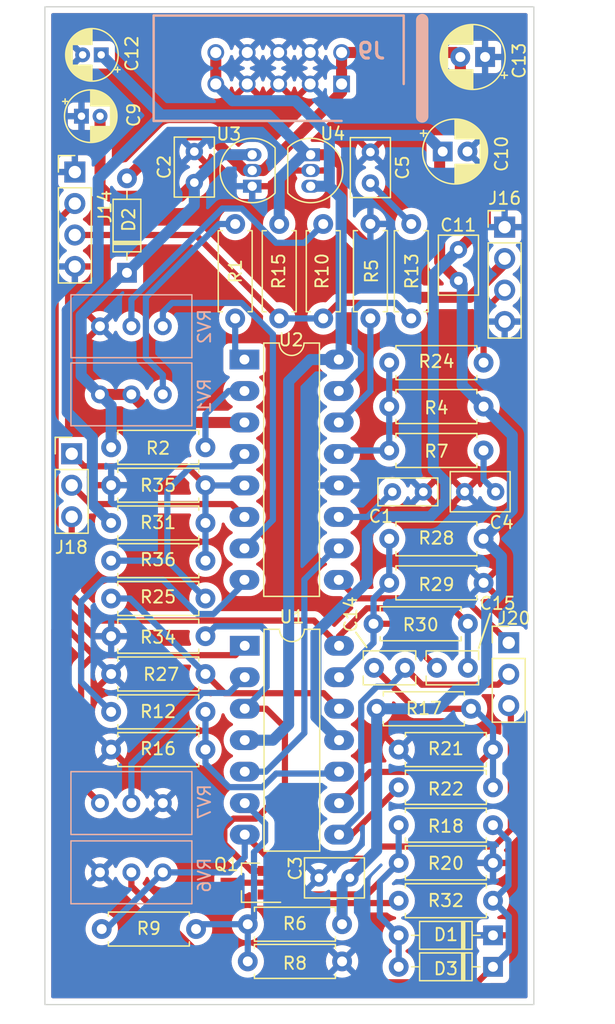
<source format=kicad_pcb>
(kicad_pcb (version 20211014) (generator pcbnew)
  (layers (0 "F.Cu" signal) (31 "B.Cu" signal) (34 "B.Paste" user) (35 "F.Paste" user) (36 "B.SilkS" user "B.Silkscreen") (37 "F.SilkS" user "F.Silkscreen") (38 "B.Mask" user) (39 "F.Mask" user) (44 "Edge.Cuts" user))
  (net 0 "")
  (net 1 "Net-(C1-Pad1)")
  (net 2 "GND")
  (net 3 "-5VA")
  (net 4 "+12VA")
  (net 5 "Net-(C4-Pad1)")
  (net 6 "Net-(C5-Pad1)")
  (net 7 "-12VA")
  (net 8 "+5VA")
  (net 9 "Net-(C14-Pad1)")
  (net 10 "/SAW_RAW")
  (net 11 "Net-(C15-Pad1)")
  (net 12 "/PULSE_RAW")
  (net 13 "Net-(D1-Pad2)")
  (net 14 "Net-(D3-Pad1)")
  (net 15 "/SIN_RAW")
  (net 16 "/CV_NODE")
  (net 17 "/LINFM_IN")
  (net 18 "/PWM_IN")
  (net 19 "/HARD_SYNC")
  (net 20 "/SOFT_SYNC")
  (net 21 "/TRI_RAW")
  (net 22 "Net-(Q1-Pad1)")
  (net 23 "Net-(Q1-Pad2)")
  (net 24 "Net-(R1-Pad1)")
  (net 25 "Net-(R1-Pad2)")
  (net 26 "Net-(R2-Pad2)")
  (net 27 "/LIN_FM")
  (net 28 "Net-(R5-Pad1)")
  (net 29 "Net-(R6-Pad1)")
  (net 30 "Net-(R10-Pad1)")
  (net 31 "/SAW_OUT")
  (net 32 "Net-(R12-Pad2)")
  (net 33 "/PULSE_OUT")
  (net 34 "Net-(R25-Pad2)")
  (net 35 "Net-(RV2-Pad1)")
  (net 36 "Net-(RV7-Pad2)")
  (net 37 "/TRIANGLE_OUT")
  (footprint "Capacitor_THT:C_Rect_L4.6mm_W3.0mm_P2.50mm_MKS02_FKP02" (layer "F.Cu") (at 39.88 85.528 180)
    (fp_text reference "C3")
    (fp_text value "100n")
  )
  (footprint "Capacitor_THT:C_Rect_L4.6mm_W3.0mm_P2.50mm_MKS02_FKP02" (layer "F.Cu") (at 41.534 29.464 90)
    (fp_text reference "C5")
    (fp_text value "10n")
  )
  (footprint "Capacitor_THT:C_Rect_L4.6mm_W3.0mm_P2.50mm_MKS02_FKP02" (layer "F.Cu") (at 48.646 37.338 90)
    (fp_text reference "C11")
    (fp_text value "100n")
  )
  (footprint "Capacitor_THT:C_Rect_L4.0mm_W2.5mm_P2.50mm" (layer "F.Cu") (at 41.828 68.58)
    (fp_text reference "C14")
    (fp_text value "10p")
  )
  (footprint "Package_DIP:DIP-16_W7.62mm_LongPads" (layer "F.Cu") (at 31.359 43.703)
    (fp_text reference "U2")
    (fp_text value "AS3340")
  )
  (footprint "Resistor_THT:R_Axial_DIN0207_L6.3mm_D2.5mm_P7.62mm_Horizontal" (layer "F.Cu") (at 43.82 75.178)
    (fp_text reference "R21")
    (fp_text value "91k")
  )
  (footprint "Resistor_THT:R_Axial_DIN0207_L6.3mm_D2.5mm_P7.62mm_Horizontal" (layer "F.Cu") (at 20.591 75.178)
    (fp_text reference "R16")
    (fp_text value "100k")
  )
  (footprint "Connector_PinHeader_2.54mm:PinHeader_1x04_P2.54mm_Vertical" (layer "F.Cu") (at 17.658 28.574)
    (fp_text reference "J14")
    (fp_text value "Top Left(M)")
  )
  (footprint "Capacitor_THT:CP_Radial_D5.0mm_P2.00mm" (layer "F.Cu") (at 50.8 19.29 180)
    (fp_text reference "C13")
    (fp_text value "10u")
  )
  (footprint "Capacitor_THT:C_Rect_L4.6mm_W3.0mm_P2.50mm_MKS02_FKP02" (layer "F.Cu") (at 51.654 54.368667 180)
    (fp_text reference "C4")
    (fp_text value "10n")
  )
  (footprint "Resistor_THT:R_Axial_DIN0207_L6.3mm_D2.5mm_P7.62mm_Horizontal" (layer "F.Cu") (at 20.591 69.076)
    (fp_text reference "R27")
    (fp_text value "100k")
  )
  (footprint "Resistor_THT:R_Axial_DIN0207_L6.3mm_D2.5mm_P7.62mm_Horizontal" (layer "F.Cu") (at 49.662 71.882 180)
    (fp_text reference "R17")
    (fp_text value "240k")
  )
  (footprint "Resistor_THT:R_Axial_DIN0207_L6.3mm_D2.5mm_P7.62mm_Horizontal" (layer "F.Cu") (at 31.628 89.268)
    (fp_text reference "R6")
    (fp_text value "240k")
  )
  (footprint "Capacitor_THT:C_Rect_L4.6mm_W3.0mm_P2.50mm_MKS02_FKP02" (layer "F.Cu") (at 27.31 26.924 -90)
    (fp_text reference "C2")
    (fp_text value "100n")
  )
  (footprint "Resistor_THT:R_Axial_DIN0207_L6.3mm_D2.5mm_P7.62mm_Horizontal" (layer "F.Cu") (at 19.829 89.656)
    (fp_text reference "R9")
    (fp_text value "100k")
  )
  (footprint "Capacitor_THT:CP_Radial_D4.0mm_P1.50mm" (layer "F.Cu") (at 19.7886 19.118 180)
    (fp_text reference "C12")
    (fp_text value "1u")
  )
  (footprint "Resistor_THT:R_Axial_DIN0207_L6.3mm_D2.5mm_P7.62mm_Horizontal" (layer "F.Cu") (at 50.678 43.954667 180)
    (fp_text reference "R24")
    (fp_text value "1M")
  )
  (footprint "Resistor_THT:R_Axial_DIN0207_L6.3mm_D2.5mm_P7.62mm_Horizontal" (layer "F.Cu") (at 20.591 50.788)
    (fp_text reference "R2")
    (fp_text value "5.6k")
  )
  (footprint "Resistor_THT:R_Axial_DIN0207_L6.3mm_D2.5mm_P7.62mm_Horizontal" (layer "F.Cu") (at 50.678 61.722 180)
    (fp_text reference "R29")
    (fp_text value "91k")
  )
  (footprint "Resistor_THT:R_Axial_DIN0207_L6.3mm_D2.5mm_P7.62mm_Horizontal" (layer "F.Cu") (at 51.44 81.274 180)
    (fp_text reference "R18")
    (fp_text value "1M")
  )
  (footprint "Capacitor_THT:C_Rect_L4.6mm_W2.0mm_P2.50mm_MKS02_FKP02" (layer "F.Cu") (at 43.312 54.381334)
    (fp_text reference "C1")
    (fp_text value "1n")
  )
  (footprint "Resistor_THT:R_Axial_DIN0207_L6.3mm_D2.5mm_P7.62mm_Horizontal" (layer "F.Cu") (at 41.534 40.38 90)
    (fp_text reference "R5")
    (fp_text value "1.8k")
  )
  (footprint "Resistor_THT:R_Axial_DIN0207_L6.3mm_D2.5mm_P7.62mm_Horizontal" (layer "F.Cu") (at 39.248 92.268 180)
    (fp_text reference "R8")
    (fp_text value "91k")
  )
  (footprint "Resistor_THT:R_Axial_DIN0207_L6.3mm_D2.5mm_P7.62mm_Horizontal" (layer "F.Cu") (at 43.058 47.498)
    (fp_text reference "R4")
    (fp_text value "1.5M")
  )
  (footprint "Resistor_THT:R_Axial_DIN0207_L6.3mm_D2.5mm_P7.62mm_Horizontal" (layer "F.Cu") (at 43.82 84.322)
    (fp_text reference "R20")
    (fp_text value "1M")
  )
  (footprint "Resistor_THT:R_Axial_DIN0207_L6.3mm_D2.5mm_P7.62mm_Horizontal" (layer "F.Cu") (at 37.724 32.766 -90)
    (fp_text reference "R10")
    (fp_text value "470k")
  )
  (footprint "Resistor_THT:R_Axial_DIN0207_L6.3mm_D2.5mm_P7.62mm_Horizontal" (layer "F.Cu") (at 30.612 32.766 -90)
    (fp_text reference "R1")
    (fp_text value "24k")
  )
  (footprint "Resistor_THT:R_Axial_DIN0207_L6.3mm_D2.5mm_P7.62mm_Horizontal" (layer "F.Cu") (at 49.408 65.024 180)
    (fp_text reference "R30")
    (fp_text value "100k")
  )
  (footprint "Capacitor_THT:CP_Radial_D5.0mm_P2.00mm" (layer "F.Cu") (at 47.376 26.918)
    (fp_text reference "C10")
    (fp_text value "10u")
  )
  (footprint "Resistor_THT:R_Axial_DIN0207_L6.3mm_D2.5mm_P7.62mm_Horizontal" (layer "F.Cu") (at 28.211 62.986 180)
    (fp_text reference "R25")
    (fp_text value "180k")
  )
  (footprint "Connector_PinHeader_2.54mm:PinHeader_1x03_P2.54mm_Vertical" (layer "F.Cu") (at 17.404 51.308)
    (fp_text reference "J18")
    (fp_text value "Bottom Left(M)")
  )
  (footprint "Resistor_THT:R_Axial_DIN0207_L6.3mm_D2.5mm_P7.62mm_Horizontal" (layer "F.Cu") (at 20.591 56.89)
    (fp_text reference "R31")
    (fp_text value "100k")
  )
  (footprint "Package_TO_SOT_THT:TO-92_Inline" (layer "F.Cu") (at 36.708 27.178 -90)
    (fp_text reference "U4")
    (fp_text value "LP2950")
  )
  (footprint "Package_DIP:DIP-14_W7.62mm_LongPads" (layer "F.Cu") (at 31.384 66.797)
    (fp_text reference "U1")
    (fp_text value "TL074")
  )
  (footprint "Package_TO_SOT_THT:TO-92_Inline" (layer "F.Cu") (at 31.988 29.718 90)
    (fp_text reference "U3")
    (fp_text value "79L05")
  )
  (footprint "Capacitor_THT:CP_Radial_D4.0mm_P1.50mm" (layer "F.Cu") (at 18.193401 24.068)
    (fp_text reference "C9")
    (fp_text value "1u")
  )
  (footprint "Resistor_THT:R_Axial_DIN0207_L6.3mm_D2.5mm_P7.62mm_Horizontal" (layer "F.Cu") (at 20.591 72.13)
    (fp_text reference "R12")
    (fp_text value "100k")
  )
  (footprint "Connector_PinHeader_2.54mm:PinHeader_1x04_P2.54mm_Vertical" (layer "F.Cu") (at 52.38 33.02)
    (fp_text reference "J16")
    (fp_text value "Top Right (M)")
  )
  (footprint "Resistor_THT:R_Axial_DIN0207_L6.3mm_D2.5mm_P7.62mm_Horizontal" (layer "F.Cu") (at 20.591 59.932)
    (fp_text reference "R36")
    (fp_text value "10M")
  )
  (footprint "Resistor_THT:R_Axial_DIN0207_L6.3mm_D2.5mm_P7.62mm_Horizontal" (layer "F.Cu") (at 44.836 32.766 -90)
    (fp_text reference "R13")
    (fp_text value "470")
  )
  (footprint "Package_TO_SOT_SMD:SOT-23_Handsoldering" (layer "F.Cu") (at 31.88 85.918 180)
    (fp_text reference "Q1")
    (fp_text value "MMBFJ201")
  )
  (footprint "Connector_PinHeader_2.54mm:PinHeader_1x03_P2.54mm_Vertical" (layer "F.Cu") (at 52.71 66.554)
    (fp_text reference "J20")
    (fp_text value "Bottom Right(M)")
  )
  (footprint "Resistor_THT:R_Axial_DIN0207_L6.3mm_D2.5mm_P7.62mm_Horizontal" (layer "F.Cu") (at 43.058 51.041334)
    (fp_text reference "R7")
    (fp_text value "470")
  )
  (footprint "Diode_THT:D_DO-35_SOD27_P7.62mm_Horizontal" (layer "F.Cu") (at 51.44 92.704 180)
    (fp_text reference "D3")
    (fp_text value "1N4148")
  )
  (footprint "Resistor_THT:R_Axial_DIN0207_L6.3mm_D2.5mm_P7.62mm_Horizontal" (layer "F.Cu") (at 28.211 66.028 180)
    (fp_text reference "R34")
    (fp_text value "1k")
  )
  (footprint "Resistor_THT:R_Axial_DIN0207_L6.3mm_D2.5mm_P7.62mm_Horizontal" (layer "F.Cu") (at 43.82 78.226)
    (fp_text reference "R22")
    (fp_text value "100k")
  )
  (footprint "Diode_THT:D_DO-35_SOD27_P7.62mm_Horizontal" (layer "F.Cu") (at 21.868 36.702 90)
    (fp_text reference "D2")
    (fp_text value "1N4148")
  )
  (footprint "Resistor_THT:R_Axial_DIN0207_L6.3mm_D2.5mm_P7.62mm_Horizontal" (layer "F.Cu") (at 43.058 58.166)
    (fp_text reference "R28")
    (fp_text value "240k")
  )
  (footprint "Diode_THT:D_DO-35_SOD27_P7.62mm_Horizontal" (layer "F.Cu") (at 51.44 90.164 180)
    (fp_text reference "D1")
    (fp_text value "1N4148")
  )
  (footprint "Resistor_THT:R_Axial_DIN0207_L6.3mm_D2.5mm_P7.62mm_Horizontal" (layer "F.Cu") (at 51.44 87.37 180)
    (fp_text reference "R32")
    (fp_text value "1k")
  )
  (footprint "Resistor_THT:R_Axial_DIN0207_L6.3mm_D2.5mm_P7.62mm_Horizontal" (layer "F.Cu") (at 34.168 40.386 90)
    (fp_text reference "R15")
    (fp_text value "220k")
  )
  (footprint "Capacitor_THT:C_Rect_L4.0mm_W2.5mm_P2.50mm" (layer "F.Cu") (at 46.908 68.58)
    (fp_text reference "C15")
    (fp_text value "10p")
  )
  (footprint "Resistor_THT:R_Axial_DIN0207_L6.3mm_D2.5mm_P7.62mm_Horizontal" (layer "F.Cu") (at 28.211 53.842 180)
    (fp_text reference "R35")
    (fp_text value "200k")
  )
  (footprint "SamacSys_Parts:SHDR10W50P254_2X5_2020X850X920P" (layer "B.Cu") (at 39.206 21.468 180)
    (fp_text reference "J9")
    (fp_text value "PWR" hide)
  )
  (footprint "Potentiometer_THT:Potentiometer_Bourns_3296W_Vertical" (layer "B.Cu") (at 24.768 79.496)
    (fp_text reference "RV7")
    (fp_text value "10K")
  )
  (footprint "Potentiometer_THT:Potentiometer_Bourns_3296W_Vertical" (layer "B.Cu") (at 24.768 41.02)
    (fp_text reference "RV2")
    (fp_text value "10K")
  )
  (footprint "Potentiometer_THT:Potentiometer_Bourns_3296W_Vertical" (layer "B.Cu") (at 24.768 85.084)
    (fp_text reference "RV6")
    (fp_text value "10K")
  )
  (footprint "Potentiometer_THT:Potentiometer_Bourns_3296W_Vertical" (layer "B.Cu") (at 24.766 46.518)
    (fp_text reference "RV1")
    (fp_text value "10K")
  )
  (gr_line (start 45.72 24.09) (end 45.72 16.31) (layer "B.SilkS") (width 1))
  (gr_line (start 51.21 64.208) (end 50.28 67.008) (layer "F.SilkS") (width 0.15))
  (gr_line (start 40.37 65.728) (end 41.23 66.918) (layer "F.SilkS") (width 0.15))
  (gr_rect (start 15.24 15.24) (end 54.74 95.75292) (layer "Edge.Cuts") (width 0.1) (fill none))
  (segment (start 38.979 56.403) (end 41.290334 56.403) (width 0.5) (layer "B.Cu") (net 1))
  (segment (start 41.290334 56.403) (end 43.312 54.381334) (width 0.5) (layer "B.Cu") (net 1))
  (segment (start 27.31 29.424) (end 26.207489 30.526511) (width 0.89) (layer "F.Cu") (net 3))
  (segment (start 22.226 46.518) (end 19.686 46.518) (width 0.89) (layer "F.Cu") (net 3))
  (segment (start 26.207489 30.526511) (end 20.474511 30.526511) (width 0.89) (layer "F.Cu") (net 3))
  (segment (start 20.474511 30.526511) (end 19.693401 29.745401) (width 0.89) (layer "F.Cu") (net 3))
  (segment (start 24.491 48.783) (end 22.226 46.518) (width 0.89) (layer "F.Cu") (net 3))
  (segment (start 31.359 48.783) (end 24.491 48.783) (width 0.89) (layer "F.Cu") (net 3))
  (segment (start 19.693401 29.745401) (end 19.693401 24.068) (width 0.89) (layer "F.Cu") (net 3))
  (segment (start 21.868 36.702) (end 21.614 36.702) (width 0.89) (layer "B.Cu") (net 3))
  (segment (start 20.591 47.423) (end 20.591 50.788) (width 0.89) (layer "B.Cu") (net 3))
  (segment (start 27.31 29.424) (end 27.31 31.26) (width 0.89) (layer "B.Cu") (net 3))
  (segment (start 29.556 27.178) (end 27.31 29.424) (width 0.89) (layer "B.Cu") (net 3))
  (segment (start 27.31 31.26) (end 21.868 36.702) (width 0.89) (layer "B.Cu") (net 3))
  (segment (start 18.166 44.998) (end 19.686 46.518) (width 0.89) (layer "B.Cu") (net 3))
  (segment (start 31.988 27.178) (end 29.556 27.178) (width 0.89) (layer "B.Cu") (net 3))
  (segment (start 19.686 46.518) (end 20.591 47.423) (width 0.89) (layer "B.Cu") (net 3))
  (segment (start 18.166 40.15) (end 18.166 44.998) (width 0.89) (layer "B.Cu") (net 3))
  (segment (start 21.614 36.702) (end 18.166 40.15) (width 0.89) (layer "B.Cu") (net 3))
  (segment (start 47.13 35.822) (end 47.13 27.164) (width 0.89) (layer "F.Cu") (net 4))
  (segment (start 29.046 18.928) (end 29.046 21.468) (width 0.89) (layer "F.Cu") (net 4))
  (segment (start 48.646 37.338) (end 47.13 35.822) (width 0.89) (layer "F.Cu") (net 4))
  (segment (start 47.13 27.164) (end 47.376 26.918) (width 0.89) (layer "F.Cu") (net 4))
  (segment (start 34.93 45.46) (end 34.93 73.146) (width 0.89) (layer "B.Cu") (net 4))
  (segment (start 38.491511 25.619489) (end 46.077489 25.619489) (width 0.89) (layer "B.Cu") (net 4))
  (segment (start 38.216 29.718) (end 38.216 26.418) (width 0.89) (layer "B.Cu") (net 4))
  (segment (start 48.95 45.77) (end 50.678 47.498) (width 0.89) (layer "B.Cu") (net 4))
  (segment (start 36.687 43.703) (end 34.93 45.46) (width 0.89) (layer "B.Cu") (net 4))
  (segment (start 52.998511 49.818511) (end 50.678 47.498) (width 0.89) (layer "B.Cu") (net 4))
  (segment (start 35.466 22.818) (end 30.396 22.818) (width 0.89) (layer "B.Cu") (net 4))
  (segment (start 33.659 74.417) (end 31.384 74.417) (width 0.89) (layer "B.Cu") (net 4))
  (segment (start 38.216 25.895) (end 38.491511 25.619489) (width 0.89) (layer "B.Cu") (net 4))
  (segment (start 48.646 37.338) (end 48.95 37.642) (width 0.89) (layer "B.Cu") (net 4))
  (segment (start 50.678 58.166) (end 52.998511 55.845489) (width 0.89) (layer "B.Cu") (net 4))
  (segment (start 36.708 29.718) (end 38.216 29.718) (width 0.89) (layer "B.Cu") (net 4))
  (segment (start 52.122511 59.610511) (end 50.678 58.166) (width 0.89) (layer "B.Cu") (net 4))
  (segment (start 39.248 86.106) (end 39.248 89.268) (width 0.89) (layer "B.Cu") (net 4))
  (segment (start 30.396 22.818) (end 29.046 21.468) (width 0.89) (layer "B.Cu") (net 4))
  (segment (start 42.042 71.882) (end 46.952174 71.882) (width 0.89) (layer "B.Cu") (net 4))
  (segment (start 38.216 26.418) (end 38.216 25.568) (width 0.89) (layer "B.Cu") (net 4))
  (segment (start 38.216 29.718) (end 39.168511 30.670511) (width 0.89) (layer "B.Cu") (net 4))
  (segment (start 50.17 70.352) (end 50.932 69.59) (width 0.89) (layer "B.Cu") (net 4))
  (segment (start 42.042 83.312) (end 39.248 86.106) (width 0.89) (layer "B.Cu") (net 4))
  (segment (start 42.042 71.882) (end 42.042 83.312) (width 0.89) (layer "B.Cu") (net 4))
  (segment (start 46.077489 25.619489) (end 47.376 26.918) (width 0.89) (layer "B.Cu") (net 4))
  (segment (start 52.998511 55.845489) (end 52.998511 49.818511) (width 0.89) (layer "B.Cu") (net 4))
  (segment (start 38.216 25.568) (end 35.466 22.818) (width 0.89) (layer "B.Cu") (net 4))
  (segment (start 50.932 69.59) (end 50.932 63.748) (width 0.89) (layer "B.Cu") (net 4))
  (segment (start 38.979 43.703) (end 39.168511 43.513489) (width 0.89) (layer "B.Cu") (net 4))
  (segment (start 38.979 43.703) (end 36.687 43.703) (width 0.89) (layer "B.Cu") (net 4))
  (segment (start 48.482174 70.352) (end 50.17 70.352) (width 0.89) (layer "B.Cu") (net 4))
  (segment (start 39.168511 43.513489) (end 39.168511 30.670511) (width 0.89) (layer "B.Cu") (net 4))
  (segment (start 34.93 73.146) (end 33.659 74.417) (width 0.89) (layer "B.Cu") (net 4))
  (segment (start 46.952174 71.882) (end 48.482174 70.352) (width 0.89) (layer "B.Cu") (net 4))
  (segment (start 50.932 63.748) (end 52.122511 62.557489) (width 0.89) (layer "B.Cu") (net 4))
  (segment (start 48.95 37.642) (end 48.95 45.77) (width 0.89) (layer "B.Cu") (net 4))
  (segment (start 38.216 26.418) (end 38.216 25.895) (width 0.89) (layer "B.Cu") (net 4))
  (segment (start 52.122511 62.557489) (end 52.122511 59.610511) (width 0.89) (layer "B.Cu") (net 4))
  (segment (start 50.678 51.041334) (end 50.678 53.392667) (width 0.5) (layer "B.Cu") (net 5))
  (segment (start 50.678 53.392667) (end 51.654 54.368667) (width 0.5) (layer "B.Cu") (net 5))
  (segment (start 41.534 29.464) (end 44.836 32.766) (width 0.5) (layer "B.Cu") (net 6))
  (segment (start 39.206 18.928) (end 39.206 21.468) (width 0.89) (layer "F.Cu") (net 7))
  (segment (start 39.206 22.115978) (end 39.206 21.468) (width 0.89) (layer "F.Cu") (net 7))
  (segment (start 48.8 20.42137) (end 50.820511 22.441881) (width 0.89) (layer "F.Cu") (net 7))
  (segment (start 25.370511 25.579489) (end 28.510538 25.579489) (width 0.89) (layer "F.Cu") (net 7))
  (segment (start 50.820511 22.441881) (end 50.820511 32.663489) (width 0.89) (layer "F.Cu") (net 7))
  (segment (start 50.820511 32.663489) (end 48.646 34.838) (width 0.89) (layer "F.Cu") (net 7))
  (segment (start 28.510538 25.579489) (end 31.379049 28.448) (width 0.89) (layer "F.Cu") (net 7))
  (segment (start 21.868 29.082) (end 25.370511 25.579489) (width 0.89) (layer "F.Cu") (net 7))
  (segment (start 48.438 18.928) (end 48.8 19.29) (width 0.89) (layer "F.Cu") (net 7))
  (segment (start 48.8 19.29) (end 48.8 20.42137) (width 0.89) (layer "F.Cu") (net 7))
  (segment (start 31.988 28.448) (end 32.873978 28.448) (width 0.89) (layer "F.Cu") (net 7))
  (segment (start 32.873978 28.448) (end 39.206 22.115978) (width 0.89) (layer "F.Cu") (net 7))
  (segment (start 39.206 18.928) (end 48.438 18.928) (width 0.89) (layer "F.Cu") (net 7))
  (segment (start 41.28 61.624859) (end 37.13448 65.770379) (width 0.89) (layer "B.Cu") (net 7))
  (segment (start 37.13448 65.770379) (end 37.13448 72.54748) (width 0.89) (layer "B.Cu") (net 7))
  (segment (start 48.646 34.838) (end 46.614 36.87) (width 0.89) (layer "B.Cu") (net 7))
  (segment (start 47.63 55.112) (end 46.36 56.382) (width 0.89) (layer "B.Cu") (net 7))
  (segment (start 46.614 52.572) (end 47.63 53.588) (width 0.89) (layer "B.Cu") (net 7))
  (segment (start 46.36 56.382) (end 42.576376 56.382) (width 0.89) (layer "B.Cu") (net 7))
  (segment (start 41.28 57.652) (end 41.28 61.624859) (width 0.89) (layer "B.Cu") (net 7))
  (segment (start 41.660856 57.29752) (end 41.63448 57.29752) (width 0.89) (layer "B.Cu") (net 7))
  (segment (start 37.13448 72.54748) (end 39.004 74.417) (width 0.89) (layer "B.Cu") (net 7))
  (segment (start 46.614 36.87) (end 46.614 52.572) (width 0.89) (layer "B.Cu") (net 7))
  (segment (start 41.63448 57.29752) (end 41.28 57.652) (width 0.89) (layer "B.Cu") (net 7))
  (segment (start 47.63 53.588) (end 47.63 55.112) (width 0.89) (layer "B.Cu") (net 7))
  (segment (start 42.576376 56.382) (end 41.660856 57.29752) (width 0.89) (layer "B.Cu") (net 7))
  (segment (start 39.248 28.078) (end 38.348 27.178) (width 0.89) (layer "F.Cu") (net 8))
  (segment (start 45.413663 38.682511) (end 39.248 32.516848) (width 0.89) (layer "F.Cu") (net 8))
  (segment (start 38.348 27.178) (end 36.708 27.178) (width 0.89) (layer "F.Cu") (net 8))
  (segment (start 49.587489 38.682511) (end 45.413663 38.682511) (width 0.89) (layer "F.Cu") (net 8))
  (segment (start 39.248 32.516848) (end 39.248 28.078) (width 0.89) (layer "F.Cu") (net 8))
  (segment (start 52.71 35.56) (end 49.587489 38.682511) (width 0.89) (layer "F.Cu") (net 8))
  (segment (start 36.708 27.178) (end 36.476 27.178) (width 0.89) (layer "B.Cu") (net 8))
  (segment (start 17.042001 39.733185) (end 19.5426 37.232586) (width 0.89) (layer "B.Cu") (net 8))
  (segment (start 33.266 23.968) (end 24.6386 23.968) (width 0.89) (layer "B.Cu") (net 8))
  (segment (start 19.074 55.373) (end 19.074 49.988978) (width 0.89) (layer "B.Cu") (net 8))
  (segment (start 24.6386 23.968) (end 19.7886 19.118) (width 0.89) (layer "B.Cu") (net 8))
  (segment (start 17.042 47.956978) (end 17.042001 39.733185) (width 0.89) (layer "B.Cu") (net 8))
  (segment (start 20.591 56.89) (end 19.074 55.373) (width 0.89) (layer "B.Cu") (net 8))
  (segment (start 19.074 49.988978) (end 17.042 47.956978) (width 0.89) (layer "B.Cu") (net 8))
  (segment (start 19.5426 29.1414) (end 24.6386 24.0454) (width 0.89) (layer "B.Cu") (net 8))
  (segment (start 19.5426 37.232586) (end 19.5426 29.1414) (width 0.89) (layer "B.Cu") (net 8))
  (segment (start 36.099049 27.178) (end 34.168 29.109049) (width 0.89) (layer "B.Cu") (net 8))
  (segment (start 24.6386 24.0454) (end 24.6386 23.968) (width 0.89) (layer "B.Cu") (net 8))
  (segment (start 34.168 29.109049) (end 34.168 32.766) (width 0.89) (layer "B.Cu") (net 8))
  (segment (start 36.476 27.178) (end 33.266 23.968) (width 0.89) (layer "B.Cu") (net 8))
  (segment (start 36.708 27.178) (end 36.099049 27.178) (width 0.89) (layer "B.Cu") (net 8))
  (segment (start 51.44 75.178) (end 49.641511 76.976489) (width 0.5) (layer "F.Cu") (net 9))
  (segment (start 49.641511 76.976489) (end 41.524511 76.976489) (width 0.5) (layer "F.Cu") (net 9))
  (segment (start 49.662 71.882) (end 45.13 71.882) (width 0.5) (layer "F.Cu") (net 9))
  (segment (start 45.13 71.882) (end 41.828 68.58) (width 0.5) (layer "F.Cu") (net 9))
  (segment (start 41.524511 76.976489) (end 39.004 79.497) (width 0.5) (layer "F.Cu") (net 9))
  (segment (start 49.662 71.882) (end 49.91 71.882) (width 0.5) (layer "B.Cu") (net 9))
  (segment (start 49.91 71.882) (end 51.44 73.412) (width 0.5) (layer "B.Cu") (net 9))
  (segment (start 51.44 75.178) (end 51.44 78.226) (width 0.5) (layer "B.Cu") (net 9))
  (segment (start 51.44 73.412) (end 51.44 75.178) (width 0.5) (layer "B.Cu") (net 9))
  (segment (start 45.686 69.938) (end 44.328 68.58) (width 0.5) (layer "F.Cu") (net 10))
  (segment (start 52.71 69.088) (end 51.86 69.938) (width 0.5) (layer "F.Cu") (net 10))
  (segment (start 51.86 69.938) (end 45.686 69.938) (width 0.5) (layer "F.Cu") (net 10))
  (segment (start 40.009 82.037) (end 39.004 82.037) (width 0.5) (layer "F.Cu") (net 10))
  (segment (start 43.82 78.226) (end 40.009 82.037) (width 0.5) (layer "F.Cu") (net 10))
  (segment (start 39.004 82.037) (end 40.792489 80.248511) (width 0.5) (layer "B.Cu") (net 10))
  (segment (start 44.328 68.828) (end 44.328 68.58) (width 0.5) (layer "B.Cu") (net 10))
  (segment (start 40.792489 80.248511) (end 40.792489 71.364435) (width 0.5) (layer "B.Cu") (net 10))
  (segment (start 43.058 70.098) (end 44.328 68.828) (width 0.5) (layer "B.Cu") (net 10))
  (segment (start 40.792489 71.364435) (end 42.058924 70.098) (width 0.5) (layer "B.Cu") (net 10))
  (segment (start 42.058924 70.098) (end 43.058 70.098) (width 0.5) (layer "B.Cu") (net 10))
  (segment (start 46.908 68.58) (end 43.352 65.024) (width 0.5) (layer "F.Cu") (net 11))
  (segment (start 43.352 65.024) (end 41.788 65.024) (width 0.5) (layer "F.Cu") (net 11))
  (segment (start 43.058 61.722) (end 43.058 58.166) (width 0.5) (layer "B.Cu") (net 11))
  (segment (start 41.788 62.992) (end 43.058 61.722) (width 0.5) (layer "B.Cu") (net 11))
  (segment (start 41.788 65.024) (end 41.788 62.992) (width 0.5) (layer "B.Cu") (net 11))
  (segment (start 41.788 66.553) (end 39.004 69.337) (width 0.5) (layer "B.Cu") (net 11))
  (segment (start 41.788 65.024) (end 41.788 66.553) (width 0.5) (layer "B.Cu") (net 11))
  (segment (start 36.971 64.764) (end 39.004 66.797) (width 0.5) (layer "F.Cu") (net 12))
  (segment (start 48.158489 63.774489) (end 41.253511 63.774489) (width 0.5) (layer "F.Cu") (net 12))
  (segment (start 39.004 66.024) (end 39.004 66.797) (width 0.5) (layer "F.Cu") (net 12))
  (segment (start 17.404 62.732) (end 19.436 64.764) (width 0.5) (layer "F.Cu") (net 12))
  (segment (start 49.408 65.024) (end 48.158489 63.774489) (width 0.5) (layer "F.Cu") (net 12))
  (segment (start 41.253511 63.774489) (end 39.004 66.024) (width 0.5) (layer "F.Cu") (net 12))
  (segment (start 19.436 64.764) (end 36.971 64.764) (width 0.5) (layer "F.Cu") (net 12))
  (segment (start 17.404 56.388) (end 17.404 62.732) (width 0.5) (layer "F.Cu") (net 12))
  (segment (start 49.408 65.024) (end 49.408 68.58) (width 0.5) (layer "B.Cu") (net 12))
  (segment (start 41.28 86.862) (end 35.884 86.862) (width 0.5) (layer "F.Cu") (net 13))
  (segment (start 35.884 86.862) (end 34.94 85.918) (width 0.5) (layer "F.Cu") (net 13))
  (segment (start 43.82 84.322) (end 41.28 86.862) (width 0.5) (layer "F.Cu") (net 13))
  (segment (start 34.94 85.918) (end 30.38 85.918) (width 0.5) (layer "F.Cu") (net 13))
  (segment (start 43.82 90.164) (end 42.296 88.64) (width 0.5) (layer "B.Cu") (net 13))
  (segment (start 43.82 92.704) (end 43.82 89.656) (width 0.5) (layer "B.Cu") (net 13))
  (segment (start 42.296 85.846) (end 43.82 84.322) (width 0.5) (layer "B.Cu") (net 13))
  (segment (start 42.296 88.64) (end 42.296 85.846) (width 0.5) (layer "B.Cu") (net 13))
  (segment (start 43.82 84.322) (end 43.82 81.274) (width 0.5) (layer "B.Cu") (net 13))
  (segment (start 22.228 86.202076) (end 22.228 85.084) (width 0.5) (layer "F.Cu") (net 14))
  (segment (start 50.190489 93.953511) (end 29.979435 93.953511) (width 0.5) (layer "F.Cu") (net 14))
  (segment (start 51.44 92.704) (end 50.190489 93.953511) (width 0.5) (layer "F.Cu") (net 14))
  (segment (start 29.979435 93.953511) (end 22.228 86.202076) (width 0.5) (layer "F.Cu") (net 14))
  (segment (start 52.71 91.434) (end 51.44 92.704) (width 0.5) (layer "B.Cu") (net 14))
  (segment (start 52.689511 86.120489) (end 51.44 87.37) (width 0.5) (layer "B.Cu") (net 14))
  (segment (start 52.689511 82.523511) (end 52.689511 86.120489) (width 0.5) (layer "B.Cu") (net 14))
  (segment (start 51.44 81.274) (end 52.689511 82.523511) (width 0.5) (layer "B.Cu") (net 14))
  (segment (start 52.71 88.64) (end 52.71 91.434) (width 0.5) (layer "B.Cu") (net 14))
  (segment (start 51.44 87.37) (end 52.71 88.64) (width 0.5) (layer "B.Cu") (net 14))
  (segment (start 19.688 79.496) (end 18.166 77.974) (width 0.5) (layer "F.Cu") (net 15))
  (segment (start 16.104489 32.667511) (end 17.658 31.114) (width 0.5) (layer "F.Cu") (net 15))
  (segment (start 30.623 67.558) (end 31.384 66.797) (width 0.5) (layer "F.Cu") (net 15))
  (segment (start 18.166 66.542) (end 19.182 67.558) (width 0.5) (layer "F.Cu") (net 15))
  (segment (start 19.182 67.558) (end 30.623 67.558) (width 0.5) (layer "F.Cu") (net 15))
  (segment (start 18.166 77.974) (end 18.166 68.574) (width 0.5) (layer "F.Cu") (net 15))
  (segment (start 18.166 68.574) (end 19.182 67.558) (width 0.5) (layer "F.Cu") (net 15))
  (segment (start 16.104489 64.480489) (end 16.104489 32.667511) (width 0.5) (layer "F.Cu") (net 15))
  (segment (start 18.166 66.542) (end 16.104489 64.480489) (width 0.5) (layer "F.Cu") (net 15))
  (segment (start 38.979511 39.130489) (end 43.580489 39.130489) (width 0.5) (layer "F.Cu") (net 16))
  (segment (start 43.580489 39.130489) (end 44.836 40.386) (width 0.5) (layer "F.Cu") (net 16))
  (segment (start 27.436 33.654) (end 34.168 40.386) (width 0.5) (layer "F.Cu") (net 16))
  (segment (start 37.724 40.386) (end 38.979511 39.130489) (width 0.5) (layer "F.Cu") (net 16))
  (segment (start 17.658 33.654) (end 27.436 33.654) (width 0.5) (layer "F.Cu") (net 16))
  (segment (start 44.836 40.386) (end 43.580489 39.130489) (width 0.5) (layer "B.Cu") (net 16))
  (segment (start 40.264 42.820912) (end 40.772 43.328912) (width 0.5) (layer "B.Cu") (net 16))
  (segment (start 40.772 43.328912) (end 40.772 44.45) (width 0.5) (layer "B.Cu") (net 16))
  (segment (start 40.264 39.671031) (end 40.264 42.820912) (width 0.5) (layer "B.Cu") (net 16))
  (segment (start 40.804542 39.130489) (end 40.264 39.671031) (width 0.5) (layer "B.Cu") (net 16))
  (segment (start 43.580489 39.130489) (end 40.804542 39.130489) (width 0.5) (layer "B.Cu") (net 16))
  (segment (start 40.772 44.45) (end 38.979 46.243) (width 0.5) (layer "B.Cu") (net 16))
  (segment (start 37.724 40.386) (end 34.168 40.386) (width 0.5) (layer "B.Cu") (net 16))
  (segment (start 50.678 39.802) (end 52.38 38.1) (width 0.5) (layer "F.Cu") (net 17))
  (segment (start 50.678 43.954667) (end 50.678 39.802) (width 0.5) (layer "F.Cu") (net 17))
  (segment (start 26.687 52.318) (end 28.211 53.842) (width 0.5) (layer "F.Cu") (net 18))
  (segment (start 18.414 52.318) (end 26.687 52.318) (width 0.5) (layer "F.Cu") (net 18))
  (segment (start 17.404 51.308) (end 18.414 52.318) (width 0.5) (layer "F.Cu") (net 18))
  (segment (start 31.359 53.863) (end 28.232 53.863) (width 0.5) (layer "B.Cu") (net 18))
  (segment (start 28.211 53.842) (end 28.211 56.89) (width 0.5) (layer "B.Cu") (net 18))
  (segment (start 28.211 56.89) (end 28.211 59.932) (width 0.5) (layer "B.Cu") (net 18))
  (segment (start 28.232 53.863) (end 28.211 53.842) (width 0.5) (layer "B.Cu") (net 18))
  (segment (start 17.404 53.848) (end 18.922 55.366) (width 0.5) (layer "F.Cu") (net 19))
  (segment (start 18.922 55.366) (end 30.322 55.366) (width 0.5) (layer "F.Cu") (net 19))
  (segment (start 30.322 55.366) (end 31.359 56.403) (width 0.5) (layer "F.Cu") (net 19))
  (segment (start 49.133511 62.971511) (end 40.467511 62.971511) (width 0.5) (layer "F.Cu") (net 20))
  (segment (start 40.467511 62.971511) (end 38.979 61.483) (width 0.5) (layer "F.Cu") (net 20))
  (segment (start 52.71 66.548) (end 49.133511 62.971511) (width 0.5) (layer "F.Cu") (net 20))
  (segment (start 52.88 81.612) (end 51.492 83) (width 0.5) (layer "F.Cu") (net 21))
  (segment (start 52.71 71.628) (end 52.88 71.798) (width 0.5) (layer "F.Cu") (net 21))
  (segment (start 33.327 83.98) (end 31.384 82.037) (width 0.5) (layer "F.Cu") (net 21))
  (segment (start 42.38 83) (end 41.4 83.98) (width 0.5) (layer "F.Cu") (net 21))
  (segment (start 51.492 83) (end 42.38 83) (width 0.5) (layer "F.Cu") (net 21))
  (segment (start 41.4 83.98) (end 33.327 83.98) (width 0.5) (layer "F.Cu") (net 21))
  (segment (start 52.88 71.798) (end 52.88 81.612) (width 0.5) (layer "F.Cu") (net 21))
  (segment (start 19.829 89.656) (end 20.196 89.656) (width 0.5) (layer "B.Cu") (net 21))
  (segment (start 20.196 89.656) (end 24.768 85.084) (width 0.5) (layer "B.Cu") (net 21))
  (segment (start 30.154 85.084) (end 31.384 83.854) (width 0.5) (layer "B.Cu") (net 21))
  (segment (start 24.768 85.084) (end 30.154 85.084) (width 0.5) (layer "B.Cu") (net 21))
  (segment (start 31.384 83.854) (end 31.384 82.037) (width 0.5) (layer "B.Cu") (net 21))
  (segment (start 43.82 87.37) (end 43.62848 87.56152) (width 0.5) (layer "F.Cu") (net 22))
  (segment (start 43.62848 87.56152) (end 34.07352 87.56152) (width 0.5) (layer "F.Cu") (net 22))
  (segment (start 34.07352 87.56152) (end 33.38 86.868) (width 0.5) (layer "F.Cu") (net 22))
  (segment (start 33.38 84.968) (end 31.93 84.968) (width 0.5) (layer "F.Cu") (net 23))
  (segment (start 31.93 84.968) (end 29.73448 82.77248) (width 0.5) (layer "F.Cu") (net 23))
  (segment (start 34.63 73.39) (end 33.117 71.877) (width 0.5) (layer "F.Cu") (net 23))
  (segment (start 29.73448 81.478472) (end 30.466432 80.74652) (width 0.5) (layer "F.Cu") (net 23))
  (segment (start 30.466432 80.74652) (end 32.301568 80.74652) (width 0.5) (layer "F.Cu") (net 23))
  (segment (start 33.117 71.877) (end 31.384 71.877) (width 0.5) (layer "F.Cu") (net 23))
  (segment (start 29.73448 82.77248) (end 29.73448 81.478472) (width 0.5) (layer "F.Cu") (net 23))
  (segment (start 34.63 78.418088) (end 34.63 73.39) (width 0.5) (layer "F.Cu") (net 23))
  (segment (start 32.301568 80.74652) (end 34.63 78.418088) (width 0.5) (layer "F.Cu") (net 23))
  (segment (start 33.152 65.665978) (end 33.152 70.109) (width 0.5) (layer "B.Cu") (net 23))
  (segment (start 29.010999 65.228001) (end 32.714023 65.228001) (width 0.5) (layer "B.Cu") (net 23))
  (segment (start 32.714023 65.228001) (end 33.152 65.665978) (width 0.5) (layer "B.Cu") (net 23))
  (segment (start 33.152 70.109) (end 31.384 71.877) (width 0.5) (layer "B.Cu") (net 23))
  (segment (start 28.211 66.028) (end 29.010999 65.228001) (width 0.5) (layer "B.Cu") (net 23))
  (segment (start 30.612 32.766) (end 29.30927 32.766) (width 0.5) (layer "B.Cu") (net 24))
  (segment (start 23.397511 38.677759) (end 23.397511 43.579511) (width 0.5) (layer "B.Cu") (net 24))
  (segment (start 24.766 44.952) (end 24.766 46.518) (width 0.5) (layer "B.Cu") (net 24))
  (segment (start 23.397511 43.579511) (end 24.768 44.95) (width 0.5) (layer "B.Cu") (net 24))
  (segment (start 24.768 44.95) (end 24.766 44.952) (width 0.5) (layer "B.Cu") (net 24))
  (segment (start 29.30927 32.766) (end 23.397511 38.677759) (width 0.5) (layer "B.Cu") (net 24))
  (segment (start 30.612 40.386) (end 30.612 42.956) (width 0.5) (layer "B.Cu") (net 25))
  (segment (start 30.612 42.956) (end 31.359 43.703) (width 0.5) (layer "B.Cu") (net 25))
  (segment (start 28.211 48.115) (end 28.211 50.788) (width 0.5) (layer "B.Cu") (net 26))
  (segment (start 31.359 46.243) (end 30.083 46.243) (width 0.5) (layer "B.Cu") (net 26))
  (segment (start 30.083 46.243) (end 28.211 48.115) (width 0.5) (layer "B.Cu") (net 26))
  (segment (start 43.058 51.041334) (end 39.260666 51.041334) (width 0.5) (layer "B.Cu") (net 27))
  (segment (start 43.058 47.498) (end 43.058 51.041334) (width 0.5) (layer "B.Cu") (net 27))
  (segment (start 39.260666 51.041334) (end 38.979 51.323) (width 0.5) (layer "B.Cu") (net 27))
  (segment (start 43.058 43.954667) (end 43.058 47.498) (width 0.5) (layer "B.Cu") (net 27))
  (segment (start 41.534 46.228) (end 41.534 40.38) (width 0.5) (layer "B.Cu") (net 28))
  (segment (start 38.979 48.783) (end 41.534 46.228) (width 0.5) (layer "B.Cu") (net 28))
  (segment (start 32.13 88.766) (end 31.628 89.268) (width 0.5) (layer "B.Cu") (net 29))
  (segment (start 31.628 89.268) (end 27.837 89.268) (width 0.5) (layer "B.Cu") (net 29))
  (segment (start 32.13 89.154) (end 31.628 89.656) (width 0.5) (layer "B.Cu") (net 29))
  (segment (start 32.13 83.458088) (end 32.13 88.766) (width 0.5) (layer "B.Cu") (net 29))
  (segment (start 33.03352 82.554568) (end 32.13 83.458088) (width 0.5) (layer "B.Cu") (net 29))
  (segment (start 31.628 92.268) (end 31.628 89.268) (width 0.5) (layer "B.Cu") (net 29))
  (segment (start 31.384 79.497) (end 33.03352 81.14652) (width 0.5) (layer "B.Cu") (net 29))
  (segment (start 27.837 89.268) (end 27.449 89.656) (width 0.5) (layer "B.Cu") (net 29))
  (segment (start 33.03352 81.14652) (end 33.03352 82.554568) (width 0.5) (layer "B.Cu") (net 29))
  (segment (start 36.206 34.284) (end 37.724 32.766) (width 0.5) (layer "B.Cu") (net 30))
  (segment (start 33.914 34.284) (end 36.206 34.284) (width 0.5) (layer "B.Cu") (net 30))
  (segment (start 22.228 38.858) (end 22.228 41.02) (width 0.5) (layer "B.Cu") (net 30))
  (segment (start 29.569511 31.516489) (end 31.146489 31.516489) (width 0.5) (layer "B.Cu") (net 30))
  (segment (start 31.146489 31.516489) (end 33.914 34.284) (width 0.5) (layer "B.Cu") (net 30))
  (segment (start 22.228 38.858) (end 29.569511 31.516489) (width 0.5) (layer "B.Cu") (net 30))
  (segment (start 18.166 69.705) (end 18.166 63.24) (width 0.5) (layer "B.Cu") (net 31))
  (segment (start 18.166 63.24) (end 19.944 61.462) (width 0.5) (layer "B.Cu") (net 31))
  (segment (start 24.77 61.462) (end 27.543511 64.235511) (width 0.5) (layer "B.Cu") (net 31))
  (segment (start 19.944 61.462) (end 24.77 61.462) (width 0.5) (layer "B.Cu") (net 31))
  (segment (start 31.359 61.731) (end 31.359 61.483) (width 0.5) (layer "B.Cu") (net 31))
  (segment (start 27.543511 64.235511) (end 28.854489 64.235511) (width 0.5) (layer "B.Cu") (net 31))
  (segment (start 20.591 72.13) (end 18.166 69.705) (width 0.5) (layer "B.Cu") (net 31))
  (segment (start 28.854489 64.235511) (end 31.359 61.731) (width 0.5) (layer "B.Cu") (net 31))
  (segment (start 28.211 72.13) (end 28.211 75.178) (width 0.5) (layer "B.Cu") (net 32))
  (segment (start 28.211 76.30937) (end 30.10815 78.20652) (width 0.5) (layer "B.Cu") (net 32))
  (segment (start 30.10815 78.20652) (end 32.82375 78.20652) (width 0.5) (layer "B.Cu") (net 32))
  (segment (start 38.853 77.108) (end 39.004 76.957) (width 0.5) (layer "B.Cu") (net 32))
  (segment (start 33.92227 77.108) (end 38.853 77.108) (width 0.5) (layer "B.Cu") (net 32))
  (segment (start 28.211 75.178) (end 28.211 76.30937) (width 0.5) (layer "B.Cu") (net 32))
  (segment (start 32.82375 78.20652) (end 33.92227 77.108) (width 0.5) (layer "B.Cu") (net 32))
  (segment (start 30.364 52.318) (end 31.359 51.323) (width 0.5) (layer "B.Cu") (net 33))
  (segment (start 25.13 54.244) (end 27.056 52.318) (width 0.5) (layer "B.Cu") (net 33))
  (segment (start 25.13 59.905) (end 25.13 54.244) (width 0.5) (layer "B.Cu") (net 33))
  (segment (start 25.157 59.932) (end 20.591 59.932) (width 0.5) (layer "B.Cu") (net 33))
  (segment (start 28.211 62.986) (end 25.157 59.932) (width 0.5) (layer "B.Cu") (net 33))
  (segment (start 27.056 52.318) (end 30.364 52.318) (width 0.5) (layer "B.Cu") (net 33))
  (segment (start 29.76248 70.62748) (end 37.75448 70.62748) (width 0.5) (layer "F.Cu") (net 34))
  (segment (start 37.75448 70.62748) (end 39.004 71.877) (width 0.5) (layer "F.Cu") (net 34))
  (segment (start 28.211 69.076) (end 29.76248 70.62748) (width 0.5) (layer "F.Cu") (net 34))
  (segment (start 22.121 62.986) (end 28.211 69.076) (width 0.5) (layer "B.Cu") (net 34))
  (segment (start 20.591 62.986) (end 22.121 62.986) (width 0.5) (layer "B.Cu") (net 34))
  (segment (start 24.768 39.878) (end 24.768 41.02) (width 0.5) (layer "B.Cu") (net 35))
  (segment (start 25.509511 39.136489) (end 31.129565 39.136489) (width 0.5) (layer "B.Cu") (net 35))
  (segment (start 31.129565 39.136489) (end 33.66 41.666924) (width 0.5) (layer "B.Cu") (net 35))
  (segment (start 33.66 41.666924) (end 33.66 56.642) (width 0.5) (layer "B.Cu") (net 35))
  (segment (start 24.768 39.878) (end 25.509511 39.136489) (width 0.5) (layer "B.Cu") (net 35))
  (segment (start 33.66 56.642) (end 31.359 58.943) (width 0.5) (layer "B.Cu") (net 35))
  (segment (start 27.967924 70.606) (end 30.115 70.606) (width 0.5) (layer "B.Cu") (net 36))
  (segment (start 22.228 76.345924) (end 27.967924 70.606) (width 0.5) (layer "B.Cu") (net 36))
  (segment (start 22.228 79.496) (end 22.228 76.345924) (width 0.5) (layer "B.Cu") (net 36))
  (segment (start 30.115 70.606) (end 31.384 69.337) (width 0.5) (layer "B.Cu") (net 36))
  (segment (start 36.2 61.462) (end 38.719 58.943) (width 0.5) (layer "B.Cu") (net 37))
  (segment (start 33.084 76.957) (end 36.2 73.841) (width 0.5) (layer "B.Cu") (net 37))
  (segment (start 36.2 73.841) (end 36.2 61.462) (width 0.5) (layer "B.Cu") (net 37))
  (segment (start 38.719 58.943) (end 38.979 58.943) (width 0.5) (layer "B.Cu") (net 37))
  (segment (start 31.384 76.957) (end 33.084 76.957) (width 0.5) (layer "B.Cu") (net 37))
  (zone (net 2) (net_name "GND") (layer "F.Cu") (connect_pads (clearance 0.508)) (min_thickness 0.254) (fill yes (thermal_gap 0.508) (thermal_bridge_width 0.508))
    (polygon (pts (xy 54.72 95.76) (xy 15.24 95.73) (xy 15.24 15.24) (xy 54.73 15.24)))
  )
  (zone (net 2) (net_name "GND") (layer "B.Cu") (connect_pads (clearance 0.508)) (min_thickness 0.254) (fill yes (thermal_gap 0.508) (thermal_bridge_width 0.508))
    (polygon (pts (xy 54.71 95.77) (xy 15.24 95.74) (xy 15.24 15.24) (xy 54.73 15.24)))
  )
)
</source>
